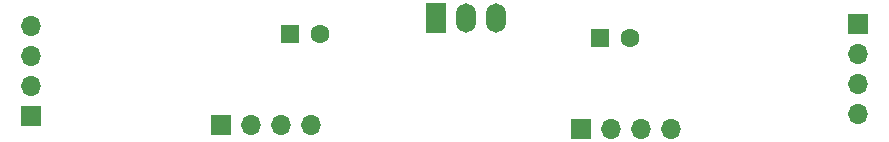
<source format=gbr>
%TF.GenerationSoftware,KiCad,Pcbnew,6.0.2+dfsg-1*%
%TF.CreationDate,2022-06-15T15:21:32+02:00*%
%TF.ProjectId,single_din_bottom,73696e67-6c65-45f6-9469-6e5f626f7474,rev?*%
%TF.SameCoordinates,Original*%
%TF.FileFunction,Soldermask,Top*%
%TF.FilePolarity,Negative*%
%FSLAX46Y46*%
G04 Gerber Fmt 4.6, Leading zero omitted, Abs format (unit mm)*
G04 Created by KiCad (PCBNEW 6.0.2+dfsg-1) date 2022-06-15 15:21:32*
%MOMM*%
%LPD*%
G01*
G04 APERTURE LIST*
%ADD10O,1.700000X1.700000*%
%ADD11R,1.700000X1.700000*%
%ADD12O,1.700000X2.500000*%
%ADD13R,1.700000X2.500000*%
%ADD14C,1.600000*%
%ADD15R,1.600000X1.600000*%
G04 APERTURE END LIST*
D10*
%TO.C,J2*%
X107797600Y-176682400D03*
X107797600Y-174142400D03*
X107797600Y-171602400D03*
D11*
X107797600Y-169062400D03*
%TD*%
D10*
%TO.C,J1*%
X37820600Y-169240200D03*
X37820600Y-171780200D03*
X37820600Y-174320200D03*
D11*
X37820600Y-176860200D03*
%TD*%
D10*
%TO.C,J4*%
X92011500Y-177901600D03*
X89471500Y-177901600D03*
X86931500Y-177901600D03*
D11*
X84391500Y-177901600D03*
%TD*%
D12*
%TO.C,U1*%
X77139800Y-168554400D03*
X74599800Y-168554400D03*
D13*
X72059800Y-168554400D03*
%TD*%
D10*
%TO.C,J3*%
X61480700Y-177622200D03*
X58940700Y-177622200D03*
X56400700Y-177622200D03*
D11*
X53860700Y-177622200D03*
%TD*%
D14*
%TO.C,C2*%
X88504400Y-170205400D03*
D15*
X86004400Y-170205400D03*
%TD*%
D14*
%TO.C,C1*%
X62240800Y-169875200D03*
D15*
X59740800Y-169875200D03*
%TD*%
M02*

</source>
